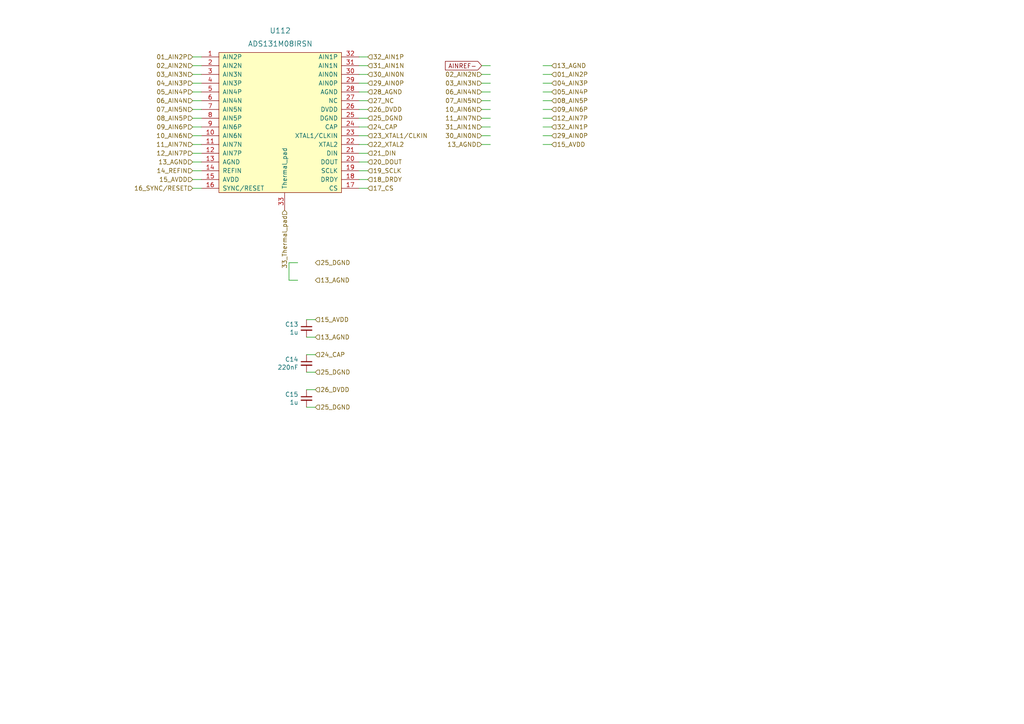
<source format=kicad_sch>
(kicad_sch (version 20210621) (generator eeschema)
  (paper "A4")
  (lib_symbols
    (symbol "FreeEEG32-ads131-rescue:C_Small-Device" (pin_numbers hide) (pin_names (offset 0.254) hide)
      (property "Reference" "C" (at 0.254 1.778 0))
      (property "Value" "C_Small-Device" (at 0.254 -2.032 0))
      (symbol "C_Small-Device_0_1"
        (polyline (pts (xy -1.524 -0.508) (xy 1.524 -0.508)) (stroke (width 0.3302)))
        (polyline (pts (xy -1.524 0.508) (xy 1.524 0.508)) (stroke (width 0.3048)))
      )
      (symbol "C_Small-Device_1_1"
        (pin passive line (at 0 2.54 270) (length 2.032) (name "~") (number "1"))
        (pin passive line (at 0 -2.54 90) (length 2.032) (name "~") (number "2"))
      )
    )
    (symbol "ads131:ADS131M08IPBS" (pin_names (offset 1.016))
      (property "Reference" "U?" (at -1.27 44.45 0))
      (property "Value" "ADS131M08IPBS" (at -1.27 40.64 0))
      (symbol "ADS131M08IPBS_0_1"
        (rectangle (start -19.05 39.37) (end 16.51 -1.27) (fill (type background)))
      )
      (symbol "ADS131M08IPBS_1_1"
        (pin input line (at -24.13 38.1 0) (length 5.08) (name "AIN2P") (number "1"))
        (pin input line (at -24.13 15.24 0) (length 5.08) (name "AIN6N") (number "10"))
        (pin input line (at -24.13 12.7 0) (length 5.08) (name "AIN7N") (number "11"))
        (pin input line (at -24.13 10.16 0) (length 5.08) (name "AIN7P") (number "12"))
        (pin input line (at -24.13 7.62 0) (length 5.08) (name "AGND") (number "13"))
        (pin input line (at -24.13 5.08 0) (length 5.08) (name "REFIN") (number "14"))
        (pin input line (at -24.13 2.54 0) (length 5.08) (name "AVDD") (number "15"))
        (pin input line (at -24.13 0 0) (length 5.08) (name "SYNC/RESET") (number "16"))
        (pin input line (at 21.59 0 180) (length 5.08) (name "CS") (number "17"))
        (pin input line (at 21.59 2.54 180) (length 5.08) (name "DRDY") (number "18"))
        (pin input line (at 21.59 5.08 180) (length 5.08) (name "SCLK") (number "19"))
        (pin input line (at -24.13 35.56 0) (length 5.08) (name "AIN2N") (number "2"))
        (pin input line (at 21.59 7.62 180) (length 5.08) (name "DOUT") (number "20"))
        (pin input line (at 21.59 10.16 180) (length 5.08) (name "DIN") (number "21"))
        (pin input line (at 21.59 12.7 180) (length 5.08) (name "XTAL2") (number "22"))
        (pin input line (at 21.59 15.24 180) (length 5.08) (name "XTAL1/CLKIN") (number "23"))
        (pin input line (at 21.59 17.78 180) (length 5.08) (name "CAP") (number "24"))
        (pin input line (at 21.59 20.32 180) (length 5.08) (name "DGND") (number "25"))
        (pin input line (at 21.59 22.86 180) (length 5.08) (name "DVDD") (number "26"))
        (pin input line (at 21.59 25.4 180) (length 5.08) (name "NC") (number "27"))
        (pin input line (at 21.59 27.94 180) (length 5.08) (name "AGND") (number "28"))
        (pin input line (at 21.59 30.48 180) (length 5.08) (name "AIN0P") (number "29"))
        (pin input line (at -24.13 33.02 0) (length 5.08) (name "AIN3N") (number "3"))
        (pin input line (at 21.59 33.02 180) (length 5.08) (name "AIN0N") (number "30"))
        (pin input line (at 21.59 35.56 180) (length 5.08) (name "AIN1N") (number "31"))
        (pin input line (at 21.59 38.1 180) (length 5.08) (name "AIN1P") (number "32"))
        (pin input line (at 0 -6.35 90) (length 5.08) (name "Thermal_pad") (number "33"))
        (pin input line (at -24.13 30.48 0) (length 5.08) (name "AIN3P") (number "4"))
        (pin input line (at -24.13 27.94 0) (length 5.08) (name "AIN4P") (number "5"))
        (pin input line (at -24.13 25.4 0) (length 5.08) (name "AIN4N") (number "6"))
        (pin input line (at -24.13 22.86 0) (length 5.08) (name "AIN5N") (number "7"))
        (pin input line (at -24.13 20.32 0) (length 5.08) (name "AIN5P") (number "8"))
        (pin input line (at -24.13 17.78 0) (length 5.08) (name "AIN6P") (number "9"))
      )
    )
  )
  (wire (pts (xy 55.88 16.51) (xy 58.42 16.51)))
  (wire (pts (xy 55.88 19.05) (xy 58.42 19.05)))
  (wire (pts (xy 55.88 21.59) (xy 58.42 21.59)))
  (wire (pts (xy 55.88 24.13) (xy 58.42 24.13)))
  (wire (pts (xy 55.88 29.21) (xy 58.42 29.21)))
  (wire (pts (xy 55.88 31.75) (xy 58.42 31.75)))
  (wire (pts (xy 55.88 34.29) (xy 58.42 34.29)))
  (wire (pts (xy 55.88 36.83) (xy 58.42 36.83)))
  (wire (pts (xy 55.88 39.37) (xy 58.42 39.37)))
  (wire (pts (xy 55.88 41.91) (xy 58.42 41.91)))
  (wire (pts (xy 55.88 44.45) (xy 58.42 44.45)))
  (wire (pts (xy 55.88 46.99) (xy 58.42 46.99)))
  (wire (pts (xy 55.88 49.53) (xy 58.42 49.53)))
  (wire (pts (xy 55.88 52.07) (xy 58.42 52.07)))
  (wire (pts (xy 55.88 54.61) (xy 58.42 54.61)))
  (wire (pts (xy 58.42 26.67) (xy 55.88 26.67)))
  (wire (pts (xy 83.82 76.2) (xy 83.82 81.28)))
  (wire (pts (xy 83.82 81.28) (xy 86.36 81.28)))
  (wire (pts (xy 86.36 76.2) (xy 83.82 76.2)))
  (wire (pts (xy 91.44 92.71) (xy 88.9 92.71)))
  (wire (pts (xy 91.44 97.79) (xy 88.9 97.79)))
  (wire (pts (xy 91.44 102.87) (xy 88.9 102.87)))
  (wire (pts (xy 91.44 107.95) (xy 88.9 107.95)))
  (wire (pts (xy 91.44 113.03) (xy 88.9 113.03)))
  (wire (pts (xy 91.44 118.11) (xy 88.9 118.11)))
  (wire (pts (xy 104.14 16.51) (xy 106.68 16.51)))
  (wire (pts (xy 104.14 19.05) (xy 106.68 19.05)))
  (wire (pts (xy 104.14 21.59) (xy 106.68 21.59)))
  (wire (pts (xy 104.14 24.13) (xy 106.68 24.13)))
  (wire (pts (xy 104.14 29.21) (xy 106.68 29.21)))
  (wire (pts (xy 104.14 31.75) (xy 106.68 31.75)))
  (wire (pts (xy 104.14 34.29) (xy 106.68 34.29)))
  (wire (pts (xy 104.14 36.83) (xy 106.68 36.83)))
  (wire (pts (xy 104.14 39.37) (xy 106.68 39.37)))
  (wire (pts (xy 104.14 41.91) (xy 106.68 41.91)))
  (wire (pts (xy 104.14 44.45) (xy 106.68 44.45)))
  (wire (pts (xy 104.14 46.99) (xy 106.68 46.99)))
  (wire (pts (xy 104.14 49.53) (xy 106.68 49.53)))
  (wire (pts (xy 104.14 52.07) (xy 106.68 52.07)))
  (wire (pts (xy 104.14 54.61) (xy 106.68 54.61)))
  (wire (pts (xy 106.68 26.67) (xy 104.14 26.67)))
  (wire (pts (xy 139.7 21.59) (xy 142.24 21.59)))
  (wire (pts (xy 139.7 24.13) (xy 142.24 24.13)))
  (wire (pts (xy 139.7 26.67) (xy 142.24 26.67)))
  (wire (pts (xy 139.7 29.21) (xy 142.24 29.21)))
  (wire (pts (xy 139.7 31.75) (xy 142.24 31.75)))
  (wire (pts (xy 139.7 34.29) (xy 142.24 34.29)))
  (wire (pts (xy 139.7 36.83) (xy 142.24 36.83)))
  (wire (pts (xy 139.7 39.37) (xy 142.24 39.37)))
  (wire (pts (xy 142.24 19.05) (xy 139.7 19.05)))
  (wire (pts (xy 142.24 41.91) (xy 139.7 41.91)))
  (wire (pts (xy 160.02 19.05) (xy 157.48 19.05)))
  (wire (pts (xy 160.02 21.59) (xy 157.48 21.59)))
  (wire (pts (xy 160.02 24.13) (xy 157.48 24.13)))
  (wire (pts (xy 160.02 26.67) (xy 157.48 26.67)))
  (wire (pts (xy 160.02 29.21) (xy 157.48 29.21)))
  (wire (pts (xy 160.02 31.75) (xy 157.48 31.75)))
  (wire (pts (xy 160.02 34.29) (xy 157.48 34.29)))
  (wire (pts (xy 160.02 36.83) (xy 157.48 36.83)))
  (wire (pts (xy 160.02 39.37) (xy 157.48 39.37)))
  (wire (pts (xy 160.02 41.91) (xy 157.48 41.91)))
  (global_label "AINREF-" (shape input) (at 139.7 19.05 180) (property "Intersheet References" "${INTERSHEET_REFS}" (effects hide)))
  (hierarchical_label "01_AIN2P" (shape input) (at 55.88 16.51 180))
  (hierarchical_label "02_AIN2N" (shape input) (at 55.88 19.05 180))
  (hierarchical_label "03_AIN3N" (shape input) (at 55.88 21.59 180))
  (hierarchical_label "04_AIN3P" (shape input) (at 55.88 24.13 180))
  (hierarchical_label "05_AIN4P" (shape input) (at 55.88 26.67 180))
  (hierarchical_label "06_AIN4N" (shape input) (at 55.88 29.21 180))
  (hierarchical_label "07_AIN5N" (shape input) (at 55.88 31.75 180))
  (hierarchical_label "08_AIN5P" (shape input) (at 55.88 34.29 180))
  (hierarchical_label "09_AIN6P" (shape input) (at 55.88 36.83 180))
  (hierarchical_label "10_AIN6N" (shape input) (at 55.88 39.37 180))
  (hierarchical_label "11_AIN7N" (shape input) (at 55.88 41.91 180))
  (hierarchical_label "12_AIN7P" (shape input) (at 55.88 44.45 180))
  (hierarchical_label "13_AGND" (shape input) (at 55.88 46.99 180))
  (hierarchical_label "14_REFIN" (shape input) (at 55.88 49.53 180))
  (hierarchical_label "15_AVDD" (shape input) (at 55.88 52.07 180))
  (hierarchical_label "16_SYNC{slash}RESET" (shape input) (at 55.88 54.61 180))
  (hierarchical_label "33_Thermal_pad" (shape input) (at 82.55 60.96 270))
  (hierarchical_label "25_DGND" (shape input) (at 91.44 76.2 0))
  (hierarchical_label "13_AGND" (shape input) (at 91.44 81.28 0))
  (hierarchical_label "15_AVDD" (shape input) (at 91.44 92.71 0))
  (hierarchical_label "13_AGND" (shape input) (at 91.44 97.79 0))
  (hierarchical_label "24_CAP" (shape input) (at 91.44 102.87 0))
  (hierarchical_label "25_DGND" (shape input) (at 91.44 107.95 0))
  (hierarchical_label "26_DVDD" (shape input) (at 91.44 113.03 0))
  (hierarchical_label "25_DGND" (shape input) (at 91.44 118.11 0))
  (hierarchical_label "32_AIN1P" (shape input) (at 106.68 16.51 0))
  (hierarchical_label "31_AIN1N" (shape input) (at 106.68 19.05 0))
  (hierarchical_label "30_AIN0N" (shape input) (at 106.68 21.59 0))
  (hierarchical_label "29_AIN0P" (shape input) (at 106.68 24.13 0))
  (hierarchical_label "28_AGND" (shape input) (at 106.68 26.67 0))
  (hierarchical_label "27_NC" (shape input) (at 106.68 29.21 0))
  (hierarchical_label "26_DVDD" (shape input) (at 106.68 31.75 0))
  (hierarchical_label "25_DGND" (shape input) (at 106.68 34.29 0))
  (hierarchical_label "24_CAP" (shape input) (at 106.68 36.83 0))
  (hierarchical_label "23_XTAL1{slash}CLKIN" (shape input) (at 106.68 39.37 0))
  (hierarchical_label "22_XTAL2" (shape input) (at 106.68 41.91 0))
  (hierarchical_label "21_DIN" (shape input) (at 106.68 44.45 0))
  (hierarchical_label "20_DOUT" (shape input) (at 106.68 46.99 0))
  (hierarchical_label "19_SCLK" (shape input) (at 106.68 49.53 0))
  (hierarchical_label "18_DRDY" (shape input) (at 106.68 52.07 0))
  (hierarchical_label "17_CS" (shape input) (at 106.68 54.61 0))
  (hierarchical_label "02_AIN2N" (shape input) (at 139.7 21.59 180))
  (hierarchical_label "03_AIN3N" (shape input) (at 139.7 24.13 180))
  (hierarchical_label "06_AIN4N" (shape input) (at 139.7 26.67 180))
  (hierarchical_label "07_AIN5N" (shape input) (at 139.7 29.21 180))
  (hierarchical_label "10_AIN6N" (shape input) (at 139.7 31.75 180))
  (hierarchical_label "11_AIN7N" (shape input) (at 139.7 34.29 180))
  (hierarchical_label "31_AIN1N" (shape input) (at 139.7 36.83 180))
  (hierarchical_label "30_AIN0N" (shape input) (at 139.7 39.37 180))
  (hierarchical_label "13_AGND" (shape input) (at 139.7 41.91 180))
  (hierarchical_label "13_AGND" (shape input) (at 160.02 19.05 0))
  (hierarchical_label "01_AIN2P" (shape input) (at 160.02 21.59 0))
  (hierarchical_label "04_AIN3P" (shape input) (at 160.02 24.13 0))
  (hierarchical_label "05_AIN4P" (shape input) (at 160.02 26.67 0))
  (hierarchical_label "08_AIN5P" (shape input) (at 160.02 29.21 0))
  (hierarchical_label "09_AIN6P" (shape input) (at 160.02 31.75 0))
  (hierarchical_label "12_AIN7P" (shape input) (at 160.02 34.29 0))
  (hierarchical_label "32_AIN1P" (shape input) (at 160.02 36.83 0))
  (hierarchical_label "29_AIN0P" (shape input) (at 160.02 39.37 0))
  (hierarchical_label "15_AVDD" (shape input) (at 160.02 41.91 0))
  (symbol (lib_id "FreeEEG32-ads131-rescue:C_Small-Device") (at 88.9 95.25 0) (mirror y) (unit 1)
    (property "Reference" "C13" (at 86.5632 94.0816 0) (effects (justify left)))
    (property "Value" "1u" (at 86.5632 96.393 0) (effects (justify left)))
    (property "Footprint" "Capacitor_SMD:C_0402_1005Metric" (effects hide))
    (property "Datasheet" "C0G" (effects hide))
    (property "MNP" "CL05A105KO5NNNC" (effects hide))
  )
  (symbol (lib_id "FreeEEG32-ads131-rescue:C_Small-Device") (at 88.9 105.41 0) (mirror y) (unit 1)
    (property "Reference" "C14" (at 86.5632 104.2416 0) (effects (justify left)))
    (property "Value" "220nF" (at 86.5632 106.553 0) (effects (justify left)))
    (property "Footprint" "Capacitor_SMD:C_0402_1005Metric" (effects hide))
    (property "Datasheet" "X7R, not Y5V" (effects hide))
    (property "MNP" "CL05A105KO5NNNC" (effects hide))
  )
  (symbol (lib_id "FreeEEG32-ads131-rescue:C_Small-Device") (at 88.9 115.57 0) (mirror y) (unit 1)
    (property "Reference" "C15" (at 86.5632 114.4016 0) (effects (justify left)))
    (property "Value" "1u" (at 86.5632 116.713 0) (effects (justify left)))
    (property "Footprint" "Capacitor_SMD:C_0402_1005Metric" (effects hide))
    (property "Datasheet" "X7R, not Y5V" (effects hide))
    (property "MNP" "CL05A105KO5NNNC" (effects hide))
  )
  (symbol (lib_id "ads131:ADS131M08IPBS") (at 82.55 54.61 0) (unit 1)
    (property "Reference" "U112" (at 81.28 8.89 0) (effects (font (size 1.524 1.524))))
    (property "Value" "ADS131M08IRSN" (at 81.28 12.7 0) (effects (font (size 1.524 1.524))))
    (property "Footprint" "Package_DFN_QFN:QFN-32-1EP_4x4mm_P0.4mm_EP2.65x2.65mm_ThermalVias" (effects hide))
    (property "MNP" "AD7771BCPZ" (effects hide))
    (property "Manufacturer" "Analog Devices" (effects hide))
  )
)
</source>
